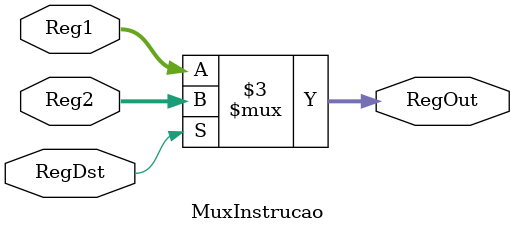
<source format=v>
module MuxInstrucao (Reg1, Reg2, RegOut, RegDst);

	input [31:0] Reg1, Reg2;
	input RegDst;
	output reg [31:0] RegOut;
	
	always @ (*)
		begin
			if (RegDst)
				RegOut = Reg2;
			else
				RegOut = Reg1;
		end
	
endmodule 

</source>
